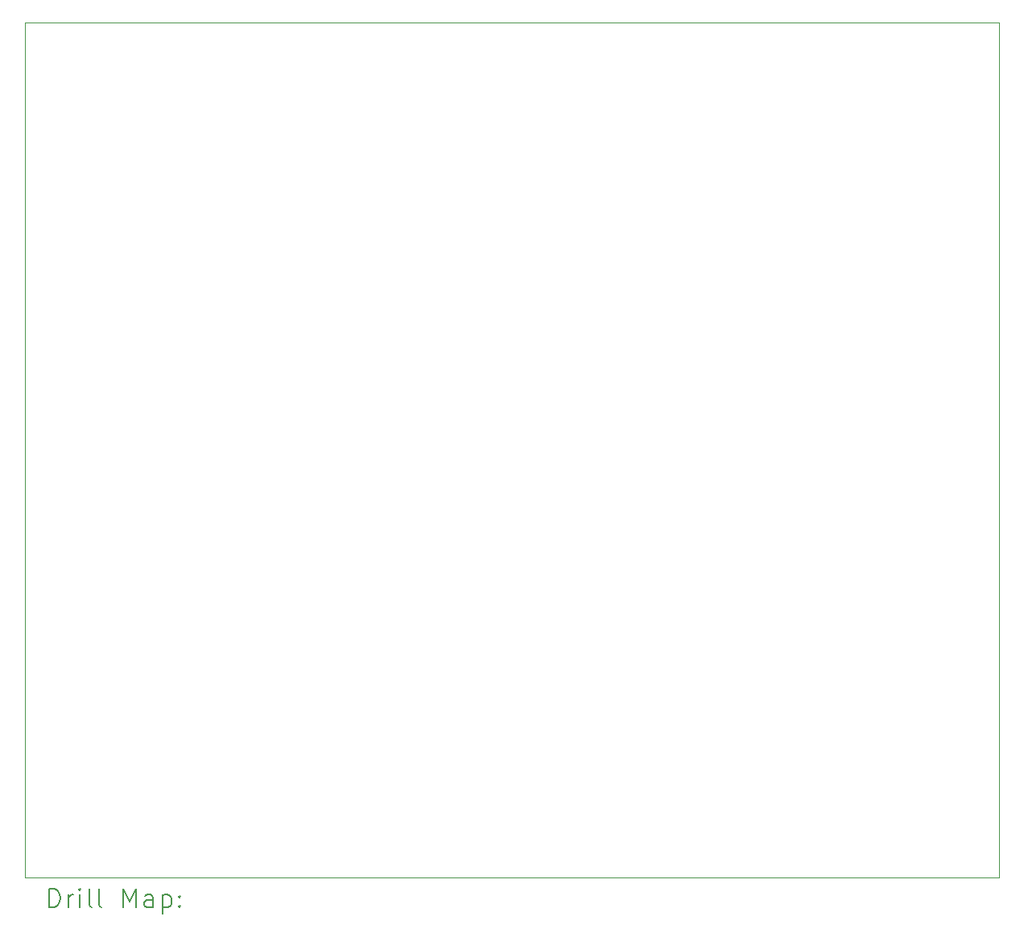
<source format=gbr>
%TF.GenerationSoftware,KiCad,Pcbnew,8.0.8*%
%TF.CreationDate,2025-03-06T15:40:06+05:30*%
%TF.ProjectId,bandara_ckt_pcb_naveen,62616e64-6172-4615-9f63-6b745f706362,v1*%
%TF.SameCoordinates,Original*%
%TF.FileFunction,Drillmap*%
%TF.FilePolarity,Positive*%
%FSLAX45Y45*%
G04 Gerber Fmt 4.5, Leading zero omitted, Abs format (unit mm)*
G04 Created by KiCad (PCBNEW 8.0.8) date 2025-03-06 15:40:06*
%MOMM*%
%LPD*%
G01*
G04 APERTURE LIST*
%ADD10C,0.050000*%
%ADD11C,0.200000*%
G04 APERTURE END LIST*
D10*
X4150000Y-3800000D02*
X14400000Y-3800000D01*
X14400000Y-12800000D01*
X4150000Y-12800000D01*
X4150000Y-3800000D01*
D11*
X4408277Y-13113984D02*
X4408277Y-12913984D01*
X4408277Y-12913984D02*
X4455896Y-12913984D01*
X4455896Y-12913984D02*
X4484467Y-12923508D01*
X4484467Y-12923508D02*
X4503515Y-12942555D01*
X4503515Y-12942555D02*
X4513039Y-12961603D01*
X4513039Y-12961603D02*
X4522563Y-12999698D01*
X4522563Y-12999698D02*
X4522563Y-13028269D01*
X4522563Y-13028269D02*
X4513039Y-13066365D01*
X4513039Y-13066365D02*
X4503515Y-13085412D01*
X4503515Y-13085412D02*
X4484467Y-13104460D01*
X4484467Y-13104460D02*
X4455896Y-13113984D01*
X4455896Y-13113984D02*
X4408277Y-13113984D01*
X4608277Y-13113984D02*
X4608277Y-12980650D01*
X4608277Y-13018746D02*
X4617801Y-12999698D01*
X4617801Y-12999698D02*
X4627324Y-12990174D01*
X4627324Y-12990174D02*
X4646372Y-12980650D01*
X4646372Y-12980650D02*
X4665420Y-12980650D01*
X4732086Y-13113984D02*
X4732086Y-12980650D01*
X4732086Y-12913984D02*
X4722563Y-12923508D01*
X4722563Y-12923508D02*
X4732086Y-12933031D01*
X4732086Y-12933031D02*
X4741610Y-12923508D01*
X4741610Y-12923508D02*
X4732086Y-12913984D01*
X4732086Y-12913984D02*
X4732086Y-12933031D01*
X4855896Y-13113984D02*
X4836848Y-13104460D01*
X4836848Y-13104460D02*
X4827324Y-13085412D01*
X4827324Y-13085412D02*
X4827324Y-12913984D01*
X4960658Y-13113984D02*
X4941610Y-13104460D01*
X4941610Y-13104460D02*
X4932086Y-13085412D01*
X4932086Y-13085412D02*
X4932086Y-12913984D01*
X5189229Y-13113984D02*
X5189229Y-12913984D01*
X5189229Y-12913984D02*
X5255896Y-13056841D01*
X5255896Y-13056841D02*
X5322563Y-12913984D01*
X5322563Y-12913984D02*
X5322563Y-13113984D01*
X5503515Y-13113984D02*
X5503515Y-13009222D01*
X5503515Y-13009222D02*
X5493991Y-12990174D01*
X5493991Y-12990174D02*
X5474944Y-12980650D01*
X5474944Y-12980650D02*
X5436848Y-12980650D01*
X5436848Y-12980650D02*
X5417801Y-12990174D01*
X5503515Y-13104460D02*
X5484467Y-13113984D01*
X5484467Y-13113984D02*
X5436848Y-13113984D01*
X5436848Y-13113984D02*
X5417801Y-13104460D01*
X5417801Y-13104460D02*
X5408277Y-13085412D01*
X5408277Y-13085412D02*
X5408277Y-13066365D01*
X5408277Y-13066365D02*
X5417801Y-13047317D01*
X5417801Y-13047317D02*
X5436848Y-13037793D01*
X5436848Y-13037793D02*
X5484467Y-13037793D01*
X5484467Y-13037793D02*
X5503515Y-13028269D01*
X5598753Y-12980650D02*
X5598753Y-13180650D01*
X5598753Y-12990174D02*
X5617801Y-12980650D01*
X5617801Y-12980650D02*
X5655896Y-12980650D01*
X5655896Y-12980650D02*
X5674943Y-12990174D01*
X5674943Y-12990174D02*
X5684467Y-12999698D01*
X5684467Y-12999698D02*
X5693991Y-13018746D01*
X5693991Y-13018746D02*
X5693991Y-13075888D01*
X5693991Y-13075888D02*
X5684467Y-13094936D01*
X5684467Y-13094936D02*
X5674943Y-13104460D01*
X5674943Y-13104460D02*
X5655896Y-13113984D01*
X5655896Y-13113984D02*
X5617801Y-13113984D01*
X5617801Y-13113984D02*
X5598753Y-13104460D01*
X5779705Y-13094936D02*
X5789229Y-13104460D01*
X5789229Y-13104460D02*
X5779705Y-13113984D01*
X5779705Y-13113984D02*
X5770182Y-13104460D01*
X5770182Y-13104460D02*
X5779705Y-13094936D01*
X5779705Y-13094936D02*
X5779705Y-13113984D01*
X5779705Y-12990174D02*
X5789229Y-12999698D01*
X5789229Y-12999698D02*
X5779705Y-13009222D01*
X5779705Y-13009222D02*
X5770182Y-12999698D01*
X5770182Y-12999698D02*
X5779705Y-12990174D01*
X5779705Y-12990174D02*
X5779705Y-13009222D01*
M02*

</source>
